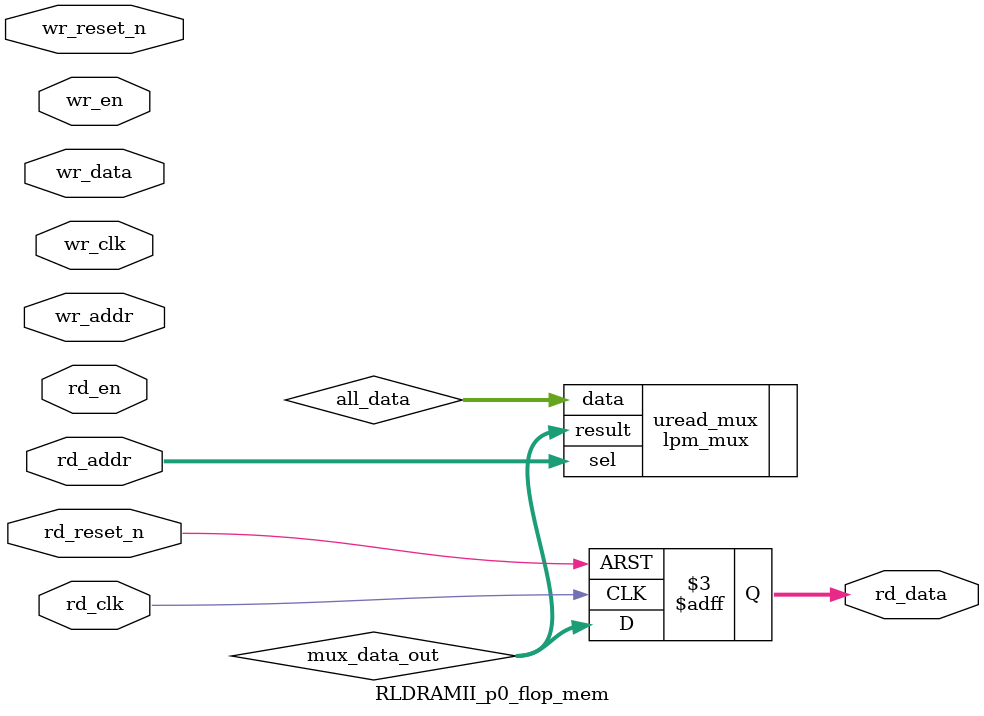
<source format=v>



`timescale 1 ps / 1 ps

(* altera_attribute = "-name ALLOW_SYNCH_CTRL_USAGE ON;-name AUTO_CLOCK_ENABLE_RECOGNITION ON" *)
module RLDRAMII_p0_flop_mem(
	wr_reset_n,
	wr_clk,
	wr_en,
	wr_addr,
	wr_data,
	rd_reset_n,
	rd_clk,
	rd_en,
	rd_addr,
	rd_data
);

parameter WRITE_MEM_DEPTH	= "";
parameter WRITE_ADDR_WIDTH	= "";
parameter WRITE_DATA_WIDTH	= "";
parameter READ_MEM_DEPTH	= "";
parameter READ_ADDR_WIDTH	= "";		 
parameter READ_DATA_WIDTH	= "";


input	wr_reset_n;
input	wr_clk;
input	wr_en;
input	[WRITE_ADDR_WIDTH-1:0] wr_addr;
input	[WRITE_DATA_WIDTH-1:0] wr_data;
input	rd_reset_n;
input	rd_clk;
input	rd_en;
input	[READ_ADDR_WIDTH-1:0] rd_addr;
output	[READ_DATA_WIDTH-1:0] rd_data;



wire	[WRITE_DATA_WIDTH*WRITE_MEM_DEPTH-1:0] all_data;
wire	[READ_DATA_WIDTH-1:0] mux_data_out;



// declare a memory with WRITE_MEM_DEPTH entries
// each entry contains a data size of WRITE_DATA_WIDTH
reg	[WRITE_DATA_WIDTH-1:0] data_stored [0:WRITE_MEM_DEPTH-1] /* synthesis syn_preserve = 1 */;
reg	[READ_DATA_WIDTH-1:0] rd_data;

generate
genvar entry;
	for (entry=0; entry < WRITE_MEM_DEPTH; entry=entry+1)
	begin: mem_location
		assign all_data[(WRITE_DATA_WIDTH*(entry+1)-1) : (WRITE_DATA_WIDTH*entry)] = data_stored[entry]; 
		
		always @(posedge wr_clk or negedge wr_reset_n)
		begin
			if (~wr_reset_n) begin
				data_stored[entry] <= {WRITE_DATA_WIDTH{1'b0}};
			end else begin
				if (wr_en) begin
					if (entry == wr_addr) begin
						data_stored[entry] <= wr_data;
					end
				end
			end
		end		
	end
endgenerate

// mux to select the correct output data based on read address
lpm_mux	uread_mux(
	.sel (rd_addr),
	.data (all_data),
	.result (mux_data_out)
	// synopsys translate_off
	,
	.aclr (),
	.clken (),
	.clock ()
	// synopsys translate_on
	);
 defparam uread_mux.lpm_size = READ_MEM_DEPTH;
 defparam uread_mux.lpm_type = "LPM_MUX";
 defparam uread_mux.lpm_width = READ_DATA_WIDTH;
 defparam uread_mux.lpm_widths = READ_ADDR_WIDTH;

always @(posedge rd_clk or negedge rd_reset_n)	
begin
	if (~rd_reset_n) begin
		rd_data <= {READ_DATA_WIDTH{1'b0}};
	end else begin
		rd_data <= mux_data_out;
	end
end

endmodule

</source>
